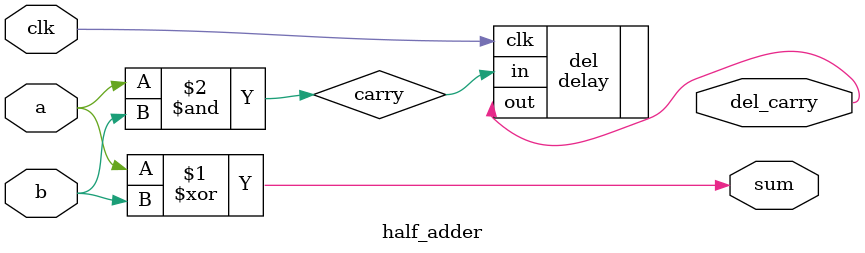
<source format=v>
module half_adder
  (output wire sum,
   output wire del_carry,

   input wire  clk,
   input wire  a,
   input wire  b
  );

  wire carry;

  delay #(.INTERVAL(1)) del
    (.out (del_carry),

     .clk (clk),
     .in  (carry)
    );

  assign sum   = a ^ b;
  assign carry = a & b;

endmodule

</source>
